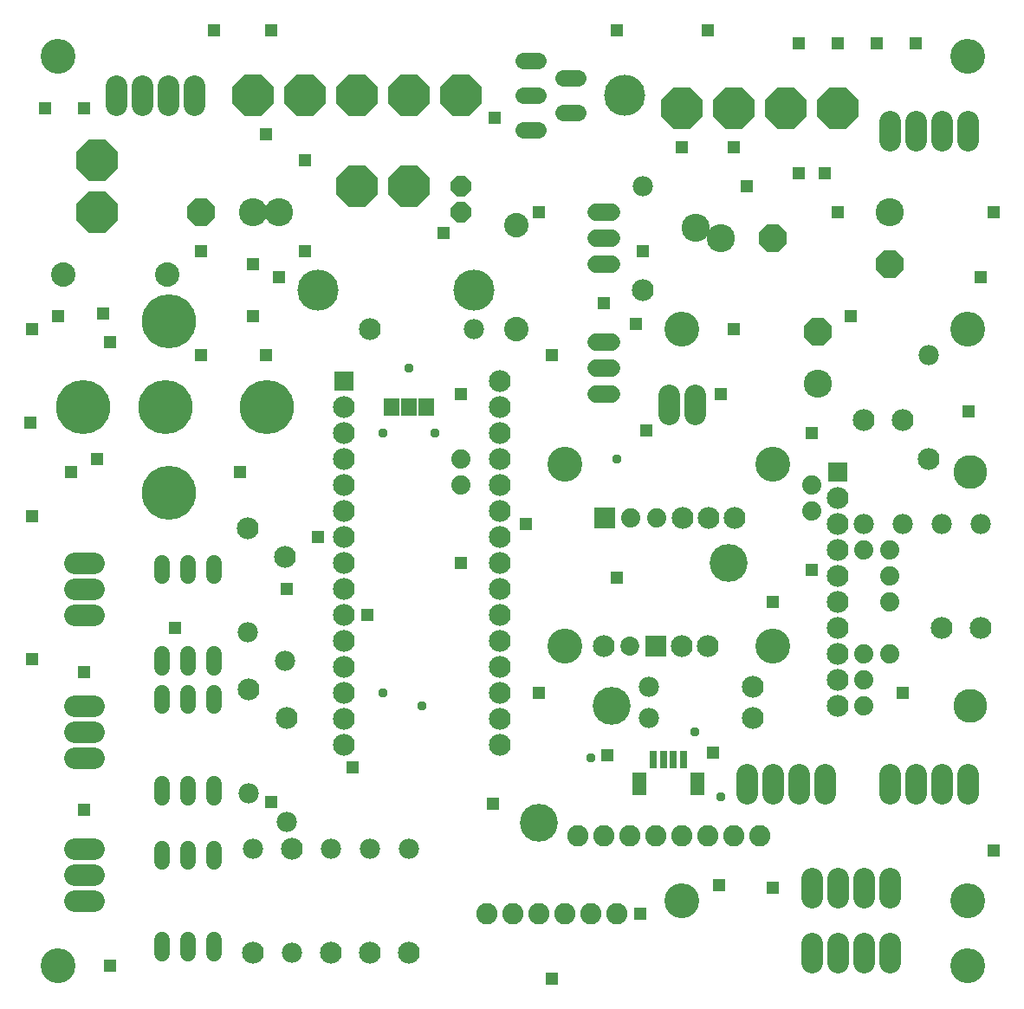
<source format=gts>
G04 EAGLE Gerber RS-274X export*
G75*
%MOMM*%
%FSLAX34Y34*%
%LPD*%
%INSoldermask Top*%
%IPPOS*%
%AMOC8*
5,1,8,0,0,1.08239X$1,22.5*%
G01*
%ADD10C,3.403200*%
%ADD11C,3.703200*%
%ADD12C,1.981200*%
%ADD13C,2.133600*%
%ADD14R,1.981200X1.981200*%
%ADD15C,3.303200*%
%ADD16P,4.343848X8X22.500000*%
%ADD17C,2.082800*%
%ADD18C,5.283200*%
%ADD19C,1.524000*%
%ADD20C,2.387600*%
%ADD21C,4.013200*%
%ADD22C,1.727200*%
%ADD23P,2.144431X8X292.500000*%
%ADD24C,1.879600*%
%ADD25C,2.743200*%
%ADD26P,2.969212X8X112.500000*%
%ADD27P,2.969212X8X292.500000*%
%ADD28P,2.969212X8X22.500000*%
%ADD29P,2.969212X8X202.500000*%
%ADD30C,2.082800*%
%ADD31C,3.403600*%
%ADD32R,2.133600X2.133600*%
%ADD33C,1.854200*%
%ADD34R,0.803200X1.753200*%
%ADD35R,1.403200X2.203200*%
%ADD36C,1.611200*%
%ADD37R,1.503200X1.703200*%
%ADD38R,1.209600X1.209600*%
%ADD39C,0.959600*%


D10*
X63500Y50800D03*
X952500Y50800D03*
X63500Y939800D03*
X952500Y939800D03*
D11*
X533400Y190500D03*
D12*
X406400Y165100D03*
D13*
X406400Y63500D03*
D12*
X368300Y165100D03*
D13*
X368300Y63500D03*
D12*
X287020Y191770D03*
D13*
X287020Y293370D03*
D14*
X825500Y533400D03*
D13*
X825500Y508000D03*
X825500Y482600D03*
X825500Y457200D03*
X825500Y431800D03*
X825500Y406400D03*
X825500Y381000D03*
X825500Y355600D03*
X825500Y330200D03*
X825500Y304800D03*
D15*
X955040Y533400D03*
X955040Y304800D03*
D12*
X850900Y482600D03*
D13*
X850900Y584200D03*
D12*
X889000Y482600D03*
D13*
X889000Y584200D03*
D16*
X774700Y889000D03*
D17*
X952500Y876808D02*
X952500Y858012D01*
X927100Y858012D02*
X927100Y876808D01*
X901700Y876808D02*
X901700Y858012D01*
X876300Y858012D02*
X876300Y876808D01*
D16*
X723900Y889000D03*
D12*
X330200Y165100D03*
D13*
X330200Y63500D03*
D14*
X342900Y622300D03*
D13*
X342900Y596900D03*
X342900Y571500D03*
X342900Y546100D03*
X342900Y520700D03*
X342900Y495300D03*
X342900Y469900D03*
X342900Y444500D03*
X342900Y419100D03*
X342900Y393700D03*
X342900Y368300D03*
X342900Y342900D03*
X495300Y622300D03*
X495300Y596900D03*
X495300Y571500D03*
X495300Y546100D03*
X495300Y520700D03*
X495300Y495300D03*
X495300Y444500D03*
X495300Y419100D03*
X495300Y368300D03*
X495300Y342900D03*
X495300Y393700D03*
X495300Y469900D03*
X342900Y317500D03*
X342900Y292100D03*
X342900Y266700D03*
X495300Y317500D03*
X495300Y292100D03*
X495300Y266700D03*
D12*
X292100Y63500D03*
D13*
X292100Y165100D03*
D12*
X914400Y647700D03*
D13*
X914400Y546100D03*
D12*
X965200Y482600D03*
D13*
X965200Y381000D03*
D12*
X927100Y482600D03*
D13*
X927100Y381000D03*
D12*
X285750Y349250D03*
D13*
X285750Y450850D03*
D18*
X267300Y596900D03*
X88300Y596900D03*
X168300Y596900D03*
X172300Y680900D03*
X172300Y512900D03*
D19*
X215900Y318008D02*
X215900Y304800D01*
X190500Y304800D02*
X190500Y318008D01*
X190500Y228600D02*
X190500Y215392D01*
X215900Y215392D02*
X215900Y228600D01*
X165100Y304800D02*
X165100Y318008D01*
X165100Y228600D02*
X165100Y215392D01*
X215900Y431800D02*
X215900Y445008D01*
X190500Y445008D02*
X190500Y431800D01*
X190500Y355600D02*
X190500Y342392D01*
X215900Y342392D02*
X215900Y355600D01*
X165100Y431800D02*
X165100Y445008D01*
X165100Y355600D02*
X165100Y342392D01*
D12*
X248920Y377190D03*
D13*
X248920Y478790D03*
D12*
X250190Y219710D03*
D13*
X250190Y321310D03*
D20*
X170180Y726440D03*
X68580Y726440D03*
D17*
X685800Y608838D02*
X685800Y590042D01*
X660400Y590042D02*
X660400Y608838D01*
D20*
X511810Y774700D03*
X511810Y673100D03*
D21*
X469900Y711200D03*
X317500Y711200D03*
D16*
X825500Y889000D03*
X101600Y838200D03*
X304800Y901700D03*
X254000Y901700D03*
X101600Y787400D03*
D12*
X641350Y323850D03*
D13*
X742950Y323850D03*
D12*
X641350Y293370D03*
D13*
X742950Y293370D03*
D22*
X604520Y787400D02*
X589280Y787400D01*
X589280Y762000D02*
X604520Y762000D01*
X604520Y736600D02*
X589280Y736600D01*
X589280Y660400D02*
X604520Y660400D01*
X604520Y635000D02*
X589280Y635000D01*
X589280Y609600D02*
X604520Y609600D01*
D23*
X457200Y812800D03*
X457200Y787400D03*
D12*
X635000Y812800D03*
D13*
X635000Y711200D03*
D24*
X457200Y546100D03*
X457200Y520700D03*
X800100Y495300D03*
X800100Y520700D03*
X850900Y457200D03*
X876300Y457200D03*
X876300Y406400D03*
X876300Y431800D03*
X850900Y355600D03*
X876300Y355600D03*
X850900Y330200D03*
X850900Y304800D03*
D25*
X806450Y619760D03*
D26*
X806450Y670560D03*
D25*
X876300Y787400D03*
D27*
X876300Y736600D03*
D25*
X711200Y762000D03*
D28*
X762000Y762000D03*
D17*
X876300Y72898D02*
X876300Y54102D01*
X850900Y54102D02*
X850900Y72898D01*
X825500Y72898D02*
X825500Y54102D01*
X800100Y54102D02*
X800100Y72898D01*
D25*
X254000Y787400D03*
D29*
X203200Y787400D03*
D16*
X355600Y901700D03*
D17*
X876300Y237998D02*
X876300Y219202D01*
X901700Y219202D02*
X901700Y237998D01*
X927100Y237998D02*
X927100Y219202D01*
X952500Y219202D02*
X952500Y237998D01*
D19*
X215900Y165608D02*
X215900Y152400D01*
X190500Y152400D02*
X190500Y165608D01*
X190500Y76200D02*
X190500Y62992D01*
X215900Y62992D02*
X215900Y76200D01*
X165100Y152400D02*
X165100Y165608D01*
X165100Y76200D02*
X165100Y62992D01*
D12*
X254000Y165100D03*
D13*
X254000Y63500D03*
D17*
X98298Y114300D02*
X79502Y114300D01*
X79502Y139700D02*
X98298Y139700D01*
X98298Y165100D02*
X79502Y165100D01*
X79502Y254000D02*
X98298Y254000D01*
X98298Y279400D02*
X79502Y279400D01*
X79502Y304800D02*
X98298Y304800D01*
X98298Y393700D02*
X79502Y393700D01*
X79502Y419100D02*
X98298Y419100D01*
X98298Y444500D02*
X79502Y444500D01*
D12*
X469900Y673100D03*
D13*
X368300Y673100D03*
D30*
X609600Y101600D03*
X584200Y101600D03*
X558800Y101600D03*
X533400Y101600D03*
X508000Y101600D03*
X482600Y101600D03*
D10*
X673100Y114300D03*
X952500Y114300D03*
X952500Y673100D03*
X673100Y673100D03*
D17*
X196850Y892302D02*
X196850Y911098D01*
X171450Y911098D02*
X171450Y892302D01*
X146050Y892302D02*
X146050Y911098D01*
X120650Y911098D02*
X120650Y892302D01*
D31*
X762000Y363220D03*
X558800Y363220D03*
X558800Y541020D03*
X762000Y541020D03*
D13*
X596900Y363220D03*
D32*
X647700Y363220D03*
D13*
X673100Y363220D03*
X698500Y363220D03*
D33*
X622300Y363220D03*
D17*
X736600Y237998D02*
X736600Y219202D01*
X762000Y219202D02*
X762000Y237998D01*
X787400Y237998D02*
X787400Y219202D01*
X812800Y219202D02*
X812800Y237998D01*
D13*
X725170Y488950D03*
X699770Y488950D03*
X674370Y488950D03*
D32*
X598170Y488950D03*
D11*
X718820Y444500D03*
X604520Y304800D03*
D24*
X648970Y488950D03*
X623570Y488950D03*
D25*
X279400Y787400D03*
X687070Y772160D03*
D17*
X876300Y136398D02*
X876300Y117602D01*
X850900Y117602D02*
X850900Y136398D01*
X825500Y136398D02*
X825500Y117602D01*
X800100Y117602D02*
X800100Y136398D01*
D30*
X571500Y177800D03*
X596900Y177800D03*
X622300Y177800D03*
X647700Y177800D03*
X673100Y177800D03*
X698500Y177800D03*
X723900Y177800D03*
X749300Y177800D03*
D34*
X675180Y252600D03*
X665180Y252600D03*
X655180Y252600D03*
X645180Y252600D03*
D35*
X688180Y228350D03*
X632180Y228350D03*
D16*
X406400Y901700D03*
D36*
X557560Y918700D02*
X571640Y918700D01*
X571640Y884700D02*
X557560Y884700D01*
X532640Y935700D02*
X518560Y935700D01*
X518560Y901700D02*
X532640Y901700D01*
X532640Y867700D02*
X518560Y867700D01*
D16*
X457200Y901700D03*
D37*
X423400Y596900D03*
X406400Y596900D03*
X389400Y596900D03*
D16*
X673100Y889000D03*
D21*
X617220Y901700D03*
D16*
X355600Y812800D03*
X406400Y812800D03*
D38*
X215900Y965200D03*
X88900Y889000D03*
X440690Y767080D03*
X609600Y965200D03*
X977900Y787400D03*
X490220Y880110D03*
X901700Y952500D03*
X351790Y245110D03*
X825500Y787400D03*
X965200Y723900D03*
X635000Y749300D03*
X628650Y678180D03*
X596900Y698500D03*
X546100Y647700D03*
X287020Y419100D03*
X317500Y469900D03*
X533400Y787400D03*
X673100Y850900D03*
X736600Y812800D03*
X723900Y850900D03*
X787400Y825500D03*
X38100Y673100D03*
X38100Y490220D03*
X88900Y203200D03*
X953770Y593090D03*
X546100Y38100D03*
X488950Y209550D03*
X800100Y571500D03*
X703580Y259080D03*
X50800Y889000D03*
X271780Y965200D03*
X203200Y749300D03*
X203200Y647700D03*
X241300Y533400D03*
X36830Y581660D03*
X88900Y337820D03*
X177800Y381000D03*
X711200Y609600D03*
X825500Y952500D03*
X457200Y444500D03*
X457200Y609600D03*
X863600Y952500D03*
X812800Y825500D03*
X638810Y574040D03*
X723900Y673100D03*
X977900Y163830D03*
X709930Y129540D03*
X800100Y438150D03*
X114300Y50800D03*
X533400Y317500D03*
X838200Y685800D03*
X609600Y430530D03*
X520700Y482600D03*
X889000Y317500D03*
X632460Y101600D03*
X38100Y350520D03*
X787400Y952500D03*
X762000Y127000D03*
X271780Y210820D03*
X600710Y256540D03*
X762000Y406400D03*
X698500Y965200D03*
X365760Y393700D03*
D39*
X609600Y546100D03*
X381000Y571500D03*
X685800Y279400D03*
X431800Y571500D03*
D38*
X266700Y863600D03*
X304800Y838200D03*
X279400Y723900D03*
X304800Y749300D03*
X266700Y647700D03*
X254000Y736600D03*
X254000Y685800D03*
D39*
X711200Y215900D03*
X419100Y304800D03*
D38*
X107950Y688340D03*
X63500Y685800D03*
X101600Y546100D03*
X114300Y660400D03*
X76200Y533400D03*
D39*
X381000Y317500D03*
X584200Y254000D03*
X406400Y635000D03*
M02*

</source>
